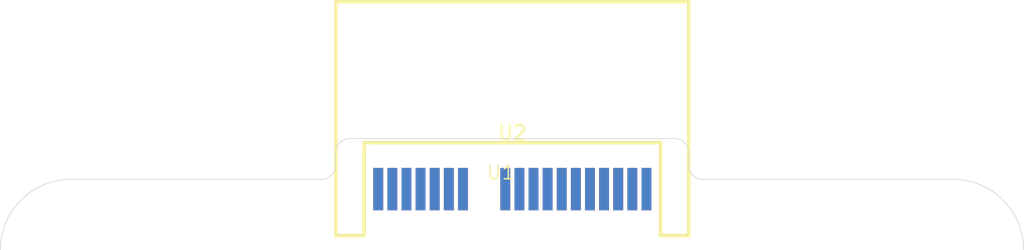
<source format=kicad_pcb>
(kicad_pcb (version 20221018) (generator pcbnew)
  (layers (0 "F.Cu" signal) (31 "B.Cu" signal) (34 "B.Paste" user) (35 "F.Paste" user) (36 "B.SilkS" user "B.Silkscreen") (37 "F.SilkS" user "F.Silkscreen") (38 "B.Mask" user) (39 "F.Mask" user) (44 "Edge.Cuts" user))
  (net 0 "")
  (net 1 "io10")
  (net 2 "io13")
  (net 3 "io14")
  (net 4 "io9")
  (net 5 "io42")
  (net 6 "conn-gnd")
  (net 7 "io39")
  (net 8 "io38")
  (net 9 "io11")
  (net 10 "io12")
  (net 11 "io43")
  (net 12 "io44")
  (net 13 "io21")
  (net 14 "io40")
  (net 15 "io41")
  (net 16 "dm")
  (net 17 "dp")
  (net 18 "net-2")
  (net 19 "net-3")
  (net 20 "conn-vcc")
  (net 21 "conn-vcc-1")
  (net 22 "net")
  (net 23 "net-1")
  (footprint "lib:CONN-SMD_5-1734857-1" (layer "F.Cu") (at 150.112 77.624)
    (fp_text reference "U2" (at 0 -4) (layer "F.SilkS"))
    (fp_text value "")
    (fp_line (start -12.5 -13.3) (end -12.5 3.3) (stroke (width 0.25)) (layer "F.SilkS"))
    (fp_line (start -12.5 3.3) (end -10.5 3.3) (stroke (width 0.25)) (layer "F.SilkS"))
    (fp_line (start -10.5 3.3) (end -10.5 -3.3) (stroke (width 0.25)) (layer "F.SilkS"))
    (fp_line (start 10.5 -3.3) (end -10.5 -3.3) (stroke (width 0.25)) (layer "F.SilkS"))
    (fp_line (start 10.5 3.3) (end 10.5 -3.3) (stroke (width 0.25)) (layer "F.SilkS"))
    (fp_line (start 12.5 -13.3) (end -12.5 -13.3) (stroke (width 0.25)) (layer "F.SilkS"))
    (fp_line (start 12.5 -13.3) (end 12.5 3.3) (stroke (width 0.25)) (layer "F.SilkS"))
    (fp_line (start 12.5 3.3) (end 10.5 3.3) (stroke (width 0.25)) (layer "F.SilkS"))
    (pad "A1" smd rect (at 9.5 0 180) (size 0.7 3) (layers "F.Cu" "F.Paste" "F.Mask") (net 1 "io10"))
    (pad "A2" smd rect (at 8.5 0 180) (size 0.7 3) (layers "F.Cu" "F.Paste" "F.Mask") (net 2 "io13"))
    (pad "A3" smd rect (at 7.5 0 180) (size 0.7 3) (layers "F.Cu" "F.Paste" "F.Mask") (net 3 "io14"))
    (pad "A4" smd rect (at 6.5 0 180) (size 0.7 3) (layers "F.Cu" "F.Paste" "F.Mask") (net 4 "io9"))
    (pad "A5" smd rect (at 5.5 0 180) (size 0.7 3) (layers "F.Cu" "F.Paste" "F.Mask") (net 5 "io42"))
    (pad "A6" smd rect (at 4.5 0 180) (size 0.7 3) (layers "F.Cu" "F.Paste" "F.Mask") (net 6 "conn-gnd"))
    (pad "A7" smd rect (at 3.5 0 180) (size 0.7 3) (layers "F.Cu" "F.Paste" "F.Mask") (net 6 "conn-gnd"))
    (pad "A8" smd rect (at 2.5 0 180) (size 0.7 3) (layers "F.Cu" "F.Paste" "F.Mask") (net 6 "conn-gnd"))
    (pad "A9" smd rect (at 1.5 0 180) (size 0.7 3) (layers "F.Cu" "F.Paste" "F.Mask") (net 6 "conn-gnd"))
    (pad "A10" smd rect (at 0.5 0 180) (size 0.7 3) (layers "F.Cu" "F.Paste" "F.Mask") (net 7 "io39"))
    (pad "A11" smd rect (at -0.5 0 180) (size 0.7 3) (layers "F.Cu" "F.Paste" "F.Mask") (net 8 "io38"))
    (pad "A12" smd rect (at -3.5 0 180) (size 0.7 3) (layers "F.Cu" "F.Paste" "F.Mask") (net 6 "conn-gnd"))
    (pad "A13" smd rect (at -4.5 0 180) (size 0.7 3) (layers "F.Cu" "F.Paste" "F.Mask") (net 22 "net"))
    (pad "A14" smd rect (at -5.5 0 180) (size 0.7 3) (layers "F.Cu" "F.Paste" "F.Mask") (net 6 "conn-gnd"))
    (pad "A15" smd rect (at -6.5 0 180) (size 0.7 3) (layers "F.Cu" "F.Paste" "F.Mask") (net 23 "net-1"))
    (pad "A16" smd rect (at -7.5 0 180) (size 0.7 3) (layers "F.Cu" "F.Paste" "F.Mask") (net 6 "conn-gnd"))
    (pad "A17" smd rect (at -8.5 0 180) (size 0.7 3) (layers "F.Cu" "F.Paste" "F.Mask") (net 20 "conn-vcc"))
    (pad "A18" smd rect (at -9.5 0 180) (size 0.7 3) (layers "F.Cu" "F.Paste" "F.Mask") (net 21 "conn-vcc-1"))
    (pad "B1" smd rect (at 9.5 0 180) (size 0.7 3) (layers "B.Cu" "B.Paste" "B.Mask") (net 9 "io11"))
    (pad "B2" smd rect (at 8.5 0 180) (size 0.7 3) (layers "B.Cu" "B.Paste" "B.Mask") (net 10 "io12"))
    (pad "B3" smd rect (at 7.5 0 180) (size 0.7 3) (layers "B.Cu" "B.Paste" "B.Mask") (net 11 "io43"))
    (pad "B4" smd rect (at 6.5 0 180) (size 0.7 3) (layers "B.Cu" "B.Paste" "B.Mask") (net 12 "io44"))
    (pad "B5" smd rect (at 5.5 0 180) (size 0.7 3) (layers "B.Cu" "B.Paste" "B.Mask") (net 13 "io21"))
    (pad "B6" smd rect (at 4.5 0 180) (size 0.7 3) (layers "B.Cu" "B.Paste" "B.Mask") (net 6 "conn-gnd"))
    (pad "B7" smd rect (at 3.5 0 180) (size 0.7 3) (layers "B.Cu" "B.Paste" "B.Mask") (net 16 "dm"))
    (pad "B8" smd rect (at 2.5 0 180) (size 0.7 3) (layers "B.Cu" "B.Paste" "B.Mask") (net 17 "dp"))
    (pad "B9" smd rect (at 1.5 0 180) (size 0.7 3) (layers "B.Cu" "B.Paste" "B.Mask") (net 6 "conn-gnd"))
    (pad "B10" smd rect (at 0.5 0 180) (size 0.7 3) (layers "B.Cu" "B.Paste" "B.Mask") (net 14 "io40"))
    (pad "B11" smd rect (at -0.5 0 180) (size 0.7 3) (layers "B.Cu" "B.Paste" "B.Mask") (net 15 "io41"))
    (pad "B12" smd rect (at -3.5 0 180) (size 0.7 3) (layers "B.Cu" "B.Paste" "B.Mask") (net 6 "conn-gnd"))
    (pad "B13" smd rect (at -4.5 0 180) (size 0.7 3) (layers "B.Cu" "B.Paste" "B.Mask") (net 18 "net-2"))
    (pad "B14" smd rect (at -5.5 0 180) (size 0.7 3) (layers "B.Cu" "B.Paste" "B.Mask") (net 6 "conn-gnd"))
    (pad "B15" smd rect (at -6.5 0 180) (size 0.7 3) (layers "B.Cu" "B.Paste" "B.Mask") (net 19 "net-3"))
    (pad "B16" smd rect (at -7.5 0 180) (size 0.7 3) (layers "B.Cu" "B.Paste" "B.Mask") (net 6 "conn-gnd"))
    (pad "B17" smd rect (at -8.5 0 180) (size 0.7 3) (layers "B.Cu" "B.Paste" "B.Mask") (net 20 "conn-vcc"))
    (pad "B18" smd rect (at -9.5 0 180) (size 0.7 3) (layers "B.Cu" "B.Paste" "B.Mask") (net 21 "conn-vcc-1"))
  )
  (footprint "lib:BOX_3_EMU" (layer "F.Cu") (at 149.299901 76.9312)
    (fp_text reference "U1" (at 0 -0.5 unlocked) (layer "F.SilkS") (effects (font (thickness 0.1))))
    (fp_text value "")
    (fp_line (start -30.457813 0) (end -12.7 0) (stroke (width 0.05)) (layer "Edge.Cuts"))
    (fp_line (start -11.699432 -0.999959) (end -11.699432 -1.9) (stroke (width 0.05)) (layer "Edge.Cuts"))
    (fp_line (start 12.42304 -2.9) (end -10.699432 -2.9) (stroke (width 0.05)) (layer "Edge.Cuts"))
    (fp_line (start 13.300568 -1.00525) (end 13.300568 -1.9022) (stroke (width 0.05)) (layer "Edge.Cuts"))
    (fp_line (start 14.300516 0) (end 28.505948 0) (stroke (width 0.05)) (layer "Edge.Cuts"))
    (fp_line (start 32.04209 0.00015) (end 28.5061 0.00015) (stroke (width 0.05)) (layer "Edge.Cuts"))
    (fp_arc (start -35.457901 4.99991) (mid -33.99347 1.464354) (end -30.457932 -0.000118) (stroke (width 0.05)) (layer "Edge.Cuts"))
    (fp_arc (start -11.699433 -1.899999) (mid -11.406519 -2.607084) (end -10.699432 -2.9) (stroke (width 0.05)) (layer "Edge.Cuts"))
    (fp_arc (start -11.699432 -0.999959) (mid -11.992521 -0.292658) (end -12.7 0) (stroke (width 0.05)) (layer "Edge.Cuts"))
    (fp_arc (start 12.423039 -2.899999) (mid 13.051515 -2.567934) (end 13.300568 -1.9022) (stroke (width 0.05)) (layer "Edge.Cuts"))
    (fp_arc (start 14.300516 0) (mid 13.59161 -0.294782) (end 13.300568 -1.00525) (stroke (width 0.05)) (layer "Edge.Cuts"))
    (fp_arc (start 32.04209 0.000149) (mid 35.577646 1.464606) (end 37.0421 5.000141) (stroke (width 0.05)) (layer "Edge.Cuts"))
  )
)
</source>
